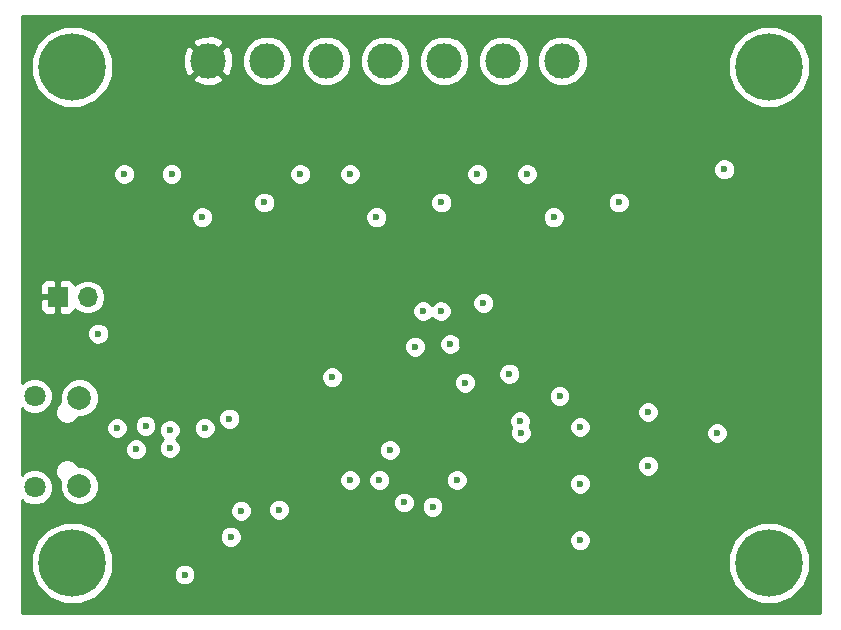
<source format=gbr>
G04 #@! TF.GenerationSoftware,KiCad,Pcbnew,5.0.0-fee4fd1~65~ubuntu17.10.1*
G04 #@! TF.CreationDate,2019-09-20T12:26:55+02:00*
G04 #@! TF.ProjectId,lynsyn,6C796E73796E2E6B696361645F706362,rev?*
G04 #@! TF.SameCoordinates,Original*
G04 #@! TF.FileFunction,Copper,L3,Inr,Plane*
G04 #@! TF.FilePolarity,Positive*
%FSLAX46Y46*%
G04 Gerber Fmt 4.6, Leading zero omitted, Abs format (unit mm)*
G04 Created by KiCad (PCBNEW 5.0.0-fee4fd1~65~ubuntu17.10.1) date Fri Sep 20 12:26:55 2019*
%MOMM*%
%LPD*%
G01*
G04 APERTURE LIST*
G04 #@! TA.AperFunction,ViaPad*
%ADD10C,5.700000*%
G04 #@! TD*
G04 #@! TA.AperFunction,ViaPad*
%ADD11R,1.700000X1.700000*%
G04 #@! TD*
G04 #@! TA.AperFunction,ViaPad*
%ADD12O,1.700000X1.700000*%
G04 #@! TD*
G04 #@! TA.AperFunction,ViaPad*
%ADD13C,2.000000*%
G04 #@! TD*
G04 #@! TA.AperFunction,ViaPad*
%ADD14C,1.800000*%
G04 #@! TD*
G04 #@! TA.AperFunction,ViaPad*
%ADD15C,3.000000*%
G04 #@! TD*
G04 #@! TA.AperFunction,ViaPad*
%ADD16C,0.600000*%
G04 #@! TD*
G04 #@! TA.AperFunction,Conductor*
%ADD17C,0.254000*%
G04 #@! TD*
G04 APERTURE END LIST*
D10*
G04 #@! TO.N,N/C*
G04 #@! TO.C,REF\002A\002A*
X79065000Y-141190000D03*
G04 #@! TD*
G04 #@! TO.N,N/C*
G04 #@! TO.C,REF\002A\002A*
X138065000Y-141190000D03*
G04 #@! TD*
G04 #@! TO.N,N/C*
G04 #@! TO.C,REF\002A\002A*
X138065000Y-99190000D03*
G04 #@! TD*
D11*
G04 #@! TO.N,GND*
G04 #@! TO.C,TP1*
X77815000Y-118690000D03*
D12*
G04 #@! TO.N,AREF*
X80355000Y-118690000D03*
G04 #@! TD*
D13*
G04 #@! TO.N,Net-(J1-Pad6)*
G04 #@! TO.C,J1*
X79665000Y-127215000D03*
X79665000Y-134665000D03*
D14*
X75865000Y-127065000D03*
X75865000Y-134815000D03*
G04 #@! TD*
D15*
G04 #@! TO.N,GND*
G04 #@! TO.C,J2*
X90565000Y-98690000D03*
G04 #@! TO.N,Net-(J2-Pad2)*
X95565000Y-98690000D03*
G04 #@! TO.N,Net-(J2-Pad3)*
X100565000Y-98690000D03*
G04 #@! TO.N,Net-(J2-Pad4)*
X105565000Y-98690000D03*
G04 #@! TO.N,Net-(J2-Pad5)*
X110565000Y-98690000D03*
G04 #@! TO.N,Net-(J2-Pad6)*
X115565000Y-98690000D03*
G04 #@! TO.N,Net-(J2-Pad7)*
X120565000Y-98690000D03*
G04 #@! TD*
D10*
G04 #@! TO.N,N/C*
G04 #@! TO.C,REF\002A\002A*
X79065000Y-99190000D03*
G04 #@! TD*
D16*
G04 #@! TO.N,+3V3*
X134265000Y-107890000D03*
X92465000Y-138990000D03*
X116065000Y-125190000D03*
X117065000Y-130190000D03*
X108065000Y-122890000D03*
X101065000Y-125490000D03*
X107165000Y-136090000D03*
X85265000Y-129590000D03*
X90265000Y-129790000D03*
X92365000Y-128990000D03*
X122065000Y-129690000D03*
X122065000Y-134490000D03*
X122065000Y-139290000D03*
X116965000Y-129190000D03*
X88565000Y-142190000D03*
G04 #@! TO.N,GND*
X140015000Y-131190000D03*
X140015000Y-117290000D03*
X117765000Y-119190000D03*
X107050877Y-118375877D03*
X111965000Y-119190000D03*
X118465000Y-124290000D03*
X82565000Y-115190000D03*
X88565000Y-114290000D03*
X100265000Y-108290000D03*
X85265000Y-108290000D03*
X89065000Y-108290000D03*
X104065000Y-108290000D03*
X103365000Y-114290000D03*
X115265000Y-108290000D03*
X119065000Y-108290000D03*
X118365000Y-114290000D03*
X97465000Y-115190000D03*
X84265000Y-136590000D03*
X88465000Y-139990000D03*
X88365000Y-135690000D03*
X89265000Y-125590000D03*
X85865000Y-123090000D03*
X97965000Y-120290000D03*
X95065000Y-125690000D03*
X95065000Y-127890000D03*
X96365000Y-125690000D03*
X96365000Y-127690000D03*
X101965000Y-127990000D03*
X104465000Y-124990000D03*
X110065000Y-122690000D03*
X112065000Y-122690000D03*
X113265000Y-124390000D03*
X113265000Y-129490000D03*
X113265000Y-127490000D03*
X113165000Y-132890000D03*
X108565000Y-131690000D03*
X107165000Y-137690000D03*
X103965000Y-137990000D03*
X102265000Y-138990000D03*
X95365000Y-137190000D03*
X125065000Y-121990000D03*
X122565000Y-121190000D03*
X119865000Y-124590000D03*
X118865000Y-119890000D03*
X124665000Y-126290000D03*
X124565000Y-128790000D03*
X124565000Y-135390000D03*
X128765000Y-134490000D03*
X124665000Y-138390000D03*
X128865000Y-139290000D03*
X118065000Y-129190000D03*
X120065000Y-131190000D03*
X116865000Y-137790000D03*
X75315000Y-122940000D03*
X113565000Y-116440000D03*
X128765000Y-129490000D03*
G04 #@! TO.N,+3.3VA*
X81265000Y-121790000D03*
X113865000Y-119190000D03*
X108765000Y-119890000D03*
X110265000Y-119890000D03*
X87465000Y-108290000D03*
X98365000Y-108290000D03*
X83465000Y-108290000D03*
X102565000Y-108290000D03*
X113365000Y-108290000D03*
X117565000Y-108290000D03*
G04 #@! TO.N,/JTAG/JTAG_out_VREF*
X127815000Y-132965000D03*
X127815000Y-128440000D03*
X133665000Y-130190000D03*
G04 #@! TO.N,Net-(J5-Pad4)*
X96565000Y-136690000D03*
X105065000Y-134190000D03*
G04 #@! TO.N,Net-(J5-Pad10)*
X102565000Y-134190000D03*
X111065000Y-122690000D03*
G04 #@! TO.N,/MCU/USB_D-*
X87315000Y-131490000D03*
X87315000Y-129940000D03*
G04 #@! TO.N,Net-(J1-Pad1)*
X84465000Y-131590000D03*
X82865000Y-129790000D03*
G04 #@! TO.N,Net-(J2-Pad3)*
X90065000Y-111940000D03*
X95315000Y-110690000D03*
G04 #@! TO.N,Net-(J5-Pad2)*
X105944190Y-131651975D03*
X93365000Y-136790000D03*
G04 #@! TO.N,/MCU/SRST*
X120315000Y-127065000D03*
X111615000Y-134190000D03*
G04 #@! TO.N,Net-(J2-Pad5)*
X104815000Y-111940000D03*
X110315000Y-110690000D03*
G04 #@! TO.N,Net-(J4-Pad2)*
X112315000Y-125940000D03*
X109565000Y-136440000D03*
G04 #@! TO.N,Net-(J2-Pad7)*
X119815000Y-111940000D03*
X125315000Y-110690000D03*
G04 #@! TD*
D17*
G04 #@! TO.N,GND*
G36*
X142363001Y-145488000D02*
X74767000Y-145488000D01*
X74767000Y-140498382D01*
X75588000Y-140498382D01*
X75588000Y-141881618D01*
X76117342Y-143159562D01*
X77095438Y-144137658D01*
X78373382Y-144667000D01*
X79756618Y-144667000D01*
X81034562Y-144137658D01*
X82012658Y-143159562D01*
X82490641Y-142005608D01*
X87638000Y-142005608D01*
X87638000Y-142374392D01*
X87779127Y-142715103D01*
X88039897Y-142975873D01*
X88380608Y-143117000D01*
X88749392Y-143117000D01*
X89090103Y-142975873D01*
X89350873Y-142715103D01*
X89492000Y-142374392D01*
X89492000Y-142005608D01*
X89350873Y-141664897D01*
X89090103Y-141404127D01*
X88749392Y-141263000D01*
X88380608Y-141263000D01*
X88039897Y-141404127D01*
X87779127Y-141664897D01*
X87638000Y-142005608D01*
X82490641Y-142005608D01*
X82542000Y-141881618D01*
X82542000Y-140498382D01*
X134588000Y-140498382D01*
X134588000Y-141881618D01*
X135117342Y-143159562D01*
X136095438Y-144137658D01*
X137373382Y-144667000D01*
X138756618Y-144667000D01*
X140034562Y-144137658D01*
X141012658Y-143159562D01*
X141542000Y-141881618D01*
X141542000Y-140498382D01*
X141012658Y-139220438D01*
X140034562Y-138242342D01*
X138756618Y-137713000D01*
X137373382Y-137713000D01*
X136095438Y-138242342D01*
X135117342Y-139220438D01*
X134588000Y-140498382D01*
X82542000Y-140498382D01*
X82012658Y-139220438D01*
X81597828Y-138805608D01*
X91538000Y-138805608D01*
X91538000Y-139174392D01*
X91679127Y-139515103D01*
X91939897Y-139775873D01*
X92280608Y-139917000D01*
X92649392Y-139917000D01*
X92990103Y-139775873D01*
X93250873Y-139515103D01*
X93392000Y-139174392D01*
X93392000Y-139105608D01*
X121138000Y-139105608D01*
X121138000Y-139474392D01*
X121279127Y-139815103D01*
X121539897Y-140075873D01*
X121880608Y-140217000D01*
X122249392Y-140217000D01*
X122590103Y-140075873D01*
X122850873Y-139815103D01*
X122992000Y-139474392D01*
X122992000Y-139105608D01*
X122850873Y-138764897D01*
X122590103Y-138504127D01*
X122249392Y-138363000D01*
X121880608Y-138363000D01*
X121539897Y-138504127D01*
X121279127Y-138764897D01*
X121138000Y-139105608D01*
X93392000Y-139105608D01*
X93392000Y-138805608D01*
X93250873Y-138464897D01*
X92990103Y-138204127D01*
X92649392Y-138063000D01*
X92280608Y-138063000D01*
X91939897Y-138204127D01*
X91679127Y-138464897D01*
X91538000Y-138805608D01*
X81597828Y-138805608D01*
X81034562Y-138242342D01*
X79756618Y-137713000D01*
X78373382Y-137713000D01*
X77095438Y-138242342D01*
X76117342Y-139220438D01*
X75588000Y-140498382D01*
X74767000Y-140498382D01*
X74767000Y-136605608D01*
X92438000Y-136605608D01*
X92438000Y-136974392D01*
X92579127Y-137315103D01*
X92839897Y-137575873D01*
X93180608Y-137717000D01*
X93549392Y-137717000D01*
X93890103Y-137575873D01*
X94150873Y-137315103D01*
X94292000Y-136974392D01*
X94292000Y-136605608D01*
X94250579Y-136505608D01*
X95638000Y-136505608D01*
X95638000Y-136874392D01*
X95779127Y-137215103D01*
X96039897Y-137475873D01*
X96380608Y-137617000D01*
X96749392Y-137617000D01*
X97090103Y-137475873D01*
X97350873Y-137215103D01*
X97492000Y-136874392D01*
X97492000Y-136505608D01*
X97350873Y-136164897D01*
X97091584Y-135905608D01*
X106238000Y-135905608D01*
X106238000Y-136274392D01*
X106379127Y-136615103D01*
X106639897Y-136875873D01*
X106980608Y-137017000D01*
X107349392Y-137017000D01*
X107690103Y-136875873D01*
X107950873Y-136615103D01*
X108092000Y-136274392D01*
X108092000Y-136255608D01*
X108638000Y-136255608D01*
X108638000Y-136624392D01*
X108779127Y-136965103D01*
X109039897Y-137225873D01*
X109380608Y-137367000D01*
X109749392Y-137367000D01*
X110090103Y-137225873D01*
X110350873Y-136965103D01*
X110492000Y-136624392D01*
X110492000Y-136255608D01*
X110350873Y-135914897D01*
X110090103Y-135654127D01*
X109749392Y-135513000D01*
X109380608Y-135513000D01*
X109039897Y-135654127D01*
X108779127Y-135914897D01*
X108638000Y-136255608D01*
X108092000Y-136255608D01*
X108092000Y-135905608D01*
X107950873Y-135564897D01*
X107690103Y-135304127D01*
X107349392Y-135163000D01*
X106980608Y-135163000D01*
X106639897Y-135304127D01*
X106379127Y-135564897D01*
X106238000Y-135905608D01*
X97091584Y-135905608D01*
X97090103Y-135904127D01*
X96749392Y-135763000D01*
X96380608Y-135763000D01*
X96039897Y-135904127D01*
X95779127Y-136164897D01*
X95638000Y-136505608D01*
X94250579Y-136505608D01*
X94150873Y-136264897D01*
X93890103Y-136004127D01*
X93549392Y-135863000D01*
X93180608Y-135863000D01*
X92839897Y-136004127D01*
X92579127Y-136264897D01*
X92438000Y-136605608D01*
X74767000Y-136605608D01*
X74767000Y-135876504D01*
X75000024Y-136109528D01*
X75561261Y-136342000D01*
X76168739Y-136342000D01*
X76729976Y-136109528D01*
X77159528Y-135679976D01*
X77392000Y-135118739D01*
X77392000Y-134511261D01*
X77159528Y-133950024D01*
X76729976Y-133520472D01*
X76168739Y-133288000D01*
X75561261Y-133288000D01*
X75000024Y-133520472D01*
X74767000Y-133753496D01*
X74767000Y-133235717D01*
X77588000Y-133235717D01*
X77588000Y-133644283D01*
X77744352Y-134021749D01*
X78033251Y-134310648D01*
X78048166Y-134316826D01*
X78038000Y-134341370D01*
X78038000Y-134988630D01*
X78285696Y-135586622D01*
X78743378Y-136044304D01*
X79341370Y-136292000D01*
X79988630Y-136292000D01*
X80586622Y-136044304D01*
X81044304Y-135586622D01*
X81292000Y-134988630D01*
X81292000Y-134341370D01*
X81152924Y-134005608D01*
X101638000Y-134005608D01*
X101638000Y-134374392D01*
X101779127Y-134715103D01*
X102039897Y-134975873D01*
X102380608Y-135117000D01*
X102749392Y-135117000D01*
X103090103Y-134975873D01*
X103350873Y-134715103D01*
X103492000Y-134374392D01*
X103492000Y-134005608D01*
X104138000Y-134005608D01*
X104138000Y-134374392D01*
X104279127Y-134715103D01*
X104539897Y-134975873D01*
X104880608Y-135117000D01*
X105249392Y-135117000D01*
X105590103Y-134975873D01*
X105850873Y-134715103D01*
X105992000Y-134374392D01*
X105992000Y-134005608D01*
X110688000Y-134005608D01*
X110688000Y-134374392D01*
X110829127Y-134715103D01*
X111089897Y-134975873D01*
X111430608Y-135117000D01*
X111799392Y-135117000D01*
X112140103Y-134975873D01*
X112400873Y-134715103D01*
X112542000Y-134374392D01*
X112542000Y-134305608D01*
X121138000Y-134305608D01*
X121138000Y-134674392D01*
X121279127Y-135015103D01*
X121539897Y-135275873D01*
X121880608Y-135417000D01*
X122249392Y-135417000D01*
X122590103Y-135275873D01*
X122850873Y-135015103D01*
X122992000Y-134674392D01*
X122992000Y-134305608D01*
X122850873Y-133964897D01*
X122590103Y-133704127D01*
X122249392Y-133563000D01*
X121880608Y-133563000D01*
X121539897Y-133704127D01*
X121279127Y-133964897D01*
X121138000Y-134305608D01*
X112542000Y-134305608D01*
X112542000Y-134005608D01*
X112400873Y-133664897D01*
X112140103Y-133404127D01*
X111799392Y-133263000D01*
X111430608Y-133263000D01*
X111089897Y-133404127D01*
X110829127Y-133664897D01*
X110688000Y-134005608D01*
X105992000Y-134005608D01*
X105850873Y-133664897D01*
X105590103Y-133404127D01*
X105249392Y-133263000D01*
X104880608Y-133263000D01*
X104539897Y-133404127D01*
X104279127Y-133664897D01*
X104138000Y-134005608D01*
X103492000Y-134005608D01*
X103350873Y-133664897D01*
X103090103Y-133404127D01*
X102749392Y-133263000D01*
X102380608Y-133263000D01*
X102039897Y-133404127D01*
X101779127Y-133664897D01*
X101638000Y-134005608D01*
X81152924Y-134005608D01*
X81044304Y-133743378D01*
X80586622Y-133285696D01*
X79988630Y-133038000D01*
X79560103Y-133038000D01*
X79485648Y-132858251D01*
X79408005Y-132780608D01*
X126888000Y-132780608D01*
X126888000Y-133149392D01*
X127029127Y-133490103D01*
X127289897Y-133750873D01*
X127630608Y-133892000D01*
X127999392Y-133892000D01*
X128340103Y-133750873D01*
X128600873Y-133490103D01*
X128742000Y-133149392D01*
X128742000Y-132780608D01*
X128600873Y-132439897D01*
X128340103Y-132179127D01*
X127999392Y-132038000D01*
X127630608Y-132038000D01*
X127289897Y-132179127D01*
X127029127Y-132439897D01*
X126888000Y-132780608D01*
X79408005Y-132780608D01*
X79196749Y-132569352D01*
X78819283Y-132413000D01*
X78410717Y-132413000D01*
X78033251Y-132569352D01*
X77744352Y-132858251D01*
X77588000Y-133235717D01*
X74767000Y-133235717D01*
X74767000Y-131405608D01*
X83538000Y-131405608D01*
X83538000Y-131774392D01*
X83679127Y-132115103D01*
X83939897Y-132375873D01*
X84280608Y-132517000D01*
X84649392Y-132517000D01*
X84990103Y-132375873D01*
X85250873Y-132115103D01*
X85392000Y-131774392D01*
X85392000Y-131405608D01*
X85250873Y-131064897D01*
X84990103Y-130804127D01*
X84649392Y-130663000D01*
X84280608Y-130663000D01*
X83939897Y-130804127D01*
X83679127Y-131064897D01*
X83538000Y-131405608D01*
X74767000Y-131405608D01*
X74767000Y-129605608D01*
X81938000Y-129605608D01*
X81938000Y-129974392D01*
X82079127Y-130315103D01*
X82339897Y-130575873D01*
X82680608Y-130717000D01*
X83049392Y-130717000D01*
X83390103Y-130575873D01*
X83650873Y-130315103D01*
X83792000Y-129974392D01*
X83792000Y-129605608D01*
X83709158Y-129405608D01*
X84338000Y-129405608D01*
X84338000Y-129774392D01*
X84479127Y-130115103D01*
X84739897Y-130375873D01*
X85080608Y-130517000D01*
X85449392Y-130517000D01*
X85790103Y-130375873D01*
X86050873Y-130115103D01*
X86192000Y-129774392D01*
X86192000Y-129755608D01*
X86388000Y-129755608D01*
X86388000Y-130124392D01*
X86529127Y-130465103D01*
X86779024Y-130715000D01*
X86529127Y-130964897D01*
X86388000Y-131305608D01*
X86388000Y-131674392D01*
X86529127Y-132015103D01*
X86789897Y-132275873D01*
X87130608Y-132417000D01*
X87499392Y-132417000D01*
X87840103Y-132275873D01*
X88100873Y-132015103D01*
X88242000Y-131674392D01*
X88242000Y-131467583D01*
X105017190Y-131467583D01*
X105017190Y-131836367D01*
X105158317Y-132177078D01*
X105419087Y-132437848D01*
X105759798Y-132578975D01*
X106128582Y-132578975D01*
X106469293Y-132437848D01*
X106730063Y-132177078D01*
X106871190Y-131836367D01*
X106871190Y-131467583D01*
X106730063Y-131126872D01*
X106469293Y-130866102D01*
X106128582Y-130724975D01*
X105759798Y-130724975D01*
X105419087Y-130866102D01*
X105158317Y-131126872D01*
X105017190Y-131467583D01*
X88242000Y-131467583D01*
X88242000Y-131305608D01*
X88100873Y-130964897D01*
X87850976Y-130715000D01*
X88100873Y-130465103D01*
X88242000Y-130124392D01*
X88242000Y-129755608D01*
X88179869Y-129605608D01*
X89338000Y-129605608D01*
X89338000Y-129974392D01*
X89479127Y-130315103D01*
X89739897Y-130575873D01*
X90080608Y-130717000D01*
X90449392Y-130717000D01*
X90790103Y-130575873D01*
X91050873Y-130315103D01*
X91192000Y-129974392D01*
X91192000Y-129605608D01*
X91050873Y-129264897D01*
X90790103Y-129004127D01*
X90449392Y-128863000D01*
X90080608Y-128863000D01*
X89739897Y-129004127D01*
X89479127Y-129264897D01*
X89338000Y-129605608D01*
X88179869Y-129605608D01*
X88100873Y-129414897D01*
X87840103Y-129154127D01*
X87499392Y-129013000D01*
X87130608Y-129013000D01*
X86789897Y-129154127D01*
X86529127Y-129414897D01*
X86388000Y-129755608D01*
X86192000Y-129755608D01*
X86192000Y-129405608D01*
X86050873Y-129064897D01*
X85791584Y-128805608D01*
X91438000Y-128805608D01*
X91438000Y-129174392D01*
X91579127Y-129515103D01*
X91839897Y-129775873D01*
X92180608Y-129917000D01*
X92549392Y-129917000D01*
X92890103Y-129775873D01*
X93150873Y-129515103D01*
X93292000Y-129174392D01*
X93292000Y-129005608D01*
X116038000Y-129005608D01*
X116038000Y-129374392D01*
X116179127Y-129715103D01*
X116235133Y-129771109D01*
X116138000Y-130005608D01*
X116138000Y-130374392D01*
X116279127Y-130715103D01*
X116539897Y-130975873D01*
X116880608Y-131117000D01*
X117249392Y-131117000D01*
X117590103Y-130975873D01*
X117850873Y-130715103D01*
X117992000Y-130374392D01*
X117992000Y-130005608D01*
X117850873Y-129664897D01*
X117794867Y-129608891D01*
X117837648Y-129505608D01*
X121138000Y-129505608D01*
X121138000Y-129874392D01*
X121279127Y-130215103D01*
X121539897Y-130475873D01*
X121880608Y-130617000D01*
X122249392Y-130617000D01*
X122590103Y-130475873D01*
X122850873Y-130215103D01*
X122937648Y-130005608D01*
X132738000Y-130005608D01*
X132738000Y-130374392D01*
X132879127Y-130715103D01*
X133139897Y-130975873D01*
X133480608Y-131117000D01*
X133849392Y-131117000D01*
X134190103Y-130975873D01*
X134450873Y-130715103D01*
X134592000Y-130374392D01*
X134592000Y-130005608D01*
X134450873Y-129664897D01*
X134190103Y-129404127D01*
X133849392Y-129263000D01*
X133480608Y-129263000D01*
X133139897Y-129404127D01*
X132879127Y-129664897D01*
X132738000Y-130005608D01*
X122937648Y-130005608D01*
X122992000Y-129874392D01*
X122992000Y-129505608D01*
X122850873Y-129164897D01*
X122590103Y-128904127D01*
X122249392Y-128763000D01*
X121880608Y-128763000D01*
X121539897Y-128904127D01*
X121279127Y-129164897D01*
X121138000Y-129505608D01*
X117837648Y-129505608D01*
X117892000Y-129374392D01*
X117892000Y-129005608D01*
X117750873Y-128664897D01*
X117490103Y-128404127D01*
X117149392Y-128263000D01*
X116780608Y-128263000D01*
X116439897Y-128404127D01*
X116179127Y-128664897D01*
X116038000Y-129005608D01*
X93292000Y-129005608D01*
X93292000Y-128805608D01*
X93150873Y-128464897D01*
X92941584Y-128255608D01*
X126888000Y-128255608D01*
X126888000Y-128624392D01*
X127029127Y-128965103D01*
X127289897Y-129225873D01*
X127630608Y-129367000D01*
X127999392Y-129367000D01*
X128340103Y-129225873D01*
X128600873Y-128965103D01*
X128742000Y-128624392D01*
X128742000Y-128255608D01*
X128600873Y-127914897D01*
X128340103Y-127654127D01*
X127999392Y-127513000D01*
X127630608Y-127513000D01*
X127289897Y-127654127D01*
X127029127Y-127914897D01*
X126888000Y-128255608D01*
X92941584Y-128255608D01*
X92890103Y-128204127D01*
X92549392Y-128063000D01*
X92180608Y-128063000D01*
X91839897Y-128204127D01*
X91579127Y-128464897D01*
X91438000Y-128805608D01*
X85791584Y-128805608D01*
X85790103Y-128804127D01*
X85449392Y-128663000D01*
X85080608Y-128663000D01*
X84739897Y-128804127D01*
X84479127Y-129064897D01*
X84338000Y-129405608D01*
X83709158Y-129405608D01*
X83650873Y-129264897D01*
X83390103Y-129004127D01*
X83049392Y-128863000D01*
X82680608Y-128863000D01*
X82339897Y-129004127D01*
X82079127Y-129264897D01*
X81938000Y-129605608D01*
X74767000Y-129605608D01*
X74767000Y-128126504D01*
X75000024Y-128359528D01*
X75561261Y-128592000D01*
X76168739Y-128592000D01*
X76729976Y-128359528D01*
X76853787Y-128235717D01*
X77588000Y-128235717D01*
X77588000Y-128644283D01*
X77744352Y-129021749D01*
X78033251Y-129310648D01*
X78410717Y-129467000D01*
X78819283Y-129467000D01*
X79196749Y-129310648D01*
X79485648Y-129021749D01*
X79560103Y-128842000D01*
X79988630Y-128842000D01*
X80586622Y-128594304D01*
X81044304Y-128136622D01*
X81292000Y-127538630D01*
X81292000Y-126891370D01*
X81287543Y-126880608D01*
X119388000Y-126880608D01*
X119388000Y-127249392D01*
X119529127Y-127590103D01*
X119789897Y-127850873D01*
X120130608Y-127992000D01*
X120499392Y-127992000D01*
X120840103Y-127850873D01*
X121100873Y-127590103D01*
X121242000Y-127249392D01*
X121242000Y-126880608D01*
X121100873Y-126539897D01*
X120840103Y-126279127D01*
X120499392Y-126138000D01*
X120130608Y-126138000D01*
X119789897Y-126279127D01*
X119529127Y-126539897D01*
X119388000Y-126880608D01*
X81287543Y-126880608D01*
X81044304Y-126293378D01*
X80586622Y-125835696D01*
X79988630Y-125588000D01*
X79341370Y-125588000D01*
X78743378Y-125835696D01*
X78285696Y-126293378D01*
X78038000Y-126891370D01*
X78038000Y-127538630D01*
X78048166Y-127563174D01*
X78033251Y-127569352D01*
X77744352Y-127858251D01*
X77588000Y-128235717D01*
X76853787Y-128235717D01*
X77159528Y-127929976D01*
X77392000Y-127368739D01*
X77392000Y-126761261D01*
X77159528Y-126200024D01*
X76729976Y-125770472D01*
X76168739Y-125538000D01*
X75561261Y-125538000D01*
X75000024Y-125770472D01*
X74767000Y-126003496D01*
X74767000Y-125305608D01*
X100138000Y-125305608D01*
X100138000Y-125674392D01*
X100279127Y-126015103D01*
X100539897Y-126275873D01*
X100880608Y-126417000D01*
X101249392Y-126417000D01*
X101590103Y-126275873D01*
X101850873Y-126015103D01*
X101958359Y-125755608D01*
X111388000Y-125755608D01*
X111388000Y-126124392D01*
X111529127Y-126465103D01*
X111789897Y-126725873D01*
X112130608Y-126867000D01*
X112499392Y-126867000D01*
X112840103Y-126725873D01*
X113100873Y-126465103D01*
X113242000Y-126124392D01*
X113242000Y-125755608D01*
X113100873Y-125414897D01*
X112840103Y-125154127D01*
X112499392Y-125013000D01*
X112130608Y-125013000D01*
X111789897Y-125154127D01*
X111529127Y-125414897D01*
X111388000Y-125755608D01*
X101958359Y-125755608D01*
X101992000Y-125674392D01*
X101992000Y-125305608D01*
X101867737Y-125005608D01*
X115138000Y-125005608D01*
X115138000Y-125374392D01*
X115279127Y-125715103D01*
X115539897Y-125975873D01*
X115880608Y-126117000D01*
X116249392Y-126117000D01*
X116590103Y-125975873D01*
X116850873Y-125715103D01*
X116992000Y-125374392D01*
X116992000Y-125005608D01*
X116850873Y-124664897D01*
X116590103Y-124404127D01*
X116249392Y-124263000D01*
X115880608Y-124263000D01*
X115539897Y-124404127D01*
X115279127Y-124664897D01*
X115138000Y-125005608D01*
X101867737Y-125005608D01*
X101850873Y-124964897D01*
X101590103Y-124704127D01*
X101249392Y-124563000D01*
X100880608Y-124563000D01*
X100539897Y-124704127D01*
X100279127Y-124964897D01*
X100138000Y-125305608D01*
X74767000Y-125305608D01*
X74767000Y-121605608D01*
X80338000Y-121605608D01*
X80338000Y-121974392D01*
X80479127Y-122315103D01*
X80739897Y-122575873D01*
X81080608Y-122717000D01*
X81449392Y-122717000D01*
X81476894Y-122705608D01*
X107138000Y-122705608D01*
X107138000Y-123074392D01*
X107279127Y-123415103D01*
X107539897Y-123675873D01*
X107880608Y-123817000D01*
X108249392Y-123817000D01*
X108590103Y-123675873D01*
X108850873Y-123415103D01*
X108992000Y-123074392D01*
X108992000Y-122705608D01*
X108909158Y-122505608D01*
X110138000Y-122505608D01*
X110138000Y-122874392D01*
X110279127Y-123215103D01*
X110539897Y-123475873D01*
X110880608Y-123617000D01*
X111249392Y-123617000D01*
X111590103Y-123475873D01*
X111850873Y-123215103D01*
X111992000Y-122874392D01*
X111992000Y-122505608D01*
X111850873Y-122164897D01*
X111590103Y-121904127D01*
X111249392Y-121763000D01*
X110880608Y-121763000D01*
X110539897Y-121904127D01*
X110279127Y-122164897D01*
X110138000Y-122505608D01*
X108909158Y-122505608D01*
X108850873Y-122364897D01*
X108590103Y-122104127D01*
X108249392Y-121963000D01*
X107880608Y-121963000D01*
X107539897Y-122104127D01*
X107279127Y-122364897D01*
X107138000Y-122705608D01*
X81476894Y-122705608D01*
X81790103Y-122575873D01*
X82050873Y-122315103D01*
X82192000Y-121974392D01*
X82192000Y-121605608D01*
X82050873Y-121264897D01*
X81790103Y-121004127D01*
X81449392Y-120863000D01*
X81080608Y-120863000D01*
X80739897Y-121004127D01*
X80479127Y-121264897D01*
X80338000Y-121605608D01*
X74767000Y-121605608D01*
X74767000Y-118975750D01*
X76330000Y-118975750D01*
X76330000Y-119666310D01*
X76426673Y-119899699D01*
X76605302Y-120078327D01*
X76838691Y-120175000D01*
X77529250Y-120175000D01*
X77688000Y-120016250D01*
X77688000Y-118817000D01*
X76488750Y-118817000D01*
X76330000Y-118975750D01*
X74767000Y-118975750D01*
X74767000Y-117713690D01*
X76330000Y-117713690D01*
X76330000Y-118404250D01*
X76488750Y-118563000D01*
X77688000Y-118563000D01*
X77688000Y-117363750D01*
X77942000Y-117363750D01*
X77942000Y-118563000D01*
X77962000Y-118563000D01*
X77962000Y-118817000D01*
X77942000Y-118817000D01*
X77942000Y-120016250D01*
X78100750Y-120175000D01*
X78791309Y-120175000D01*
X79024698Y-120078327D01*
X79203327Y-119899699D01*
X79273586Y-119730080D01*
X79290142Y-119754858D01*
X79778703Y-120081303D01*
X80209529Y-120167000D01*
X80500471Y-120167000D01*
X80931297Y-120081303D01*
X81419858Y-119754858D01*
X81452765Y-119705608D01*
X107838000Y-119705608D01*
X107838000Y-120074392D01*
X107979127Y-120415103D01*
X108239897Y-120675873D01*
X108580608Y-120817000D01*
X108949392Y-120817000D01*
X109290103Y-120675873D01*
X109515000Y-120450976D01*
X109739897Y-120675873D01*
X110080608Y-120817000D01*
X110449392Y-120817000D01*
X110790103Y-120675873D01*
X111050873Y-120415103D01*
X111192000Y-120074392D01*
X111192000Y-119705608D01*
X111050873Y-119364897D01*
X110790103Y-119104127D01*
X110552257Y-119005608D01*
X112938000Y-119005608D01*
X112938000Y-119374392D01*
X113079127Y-119715103D01*
X113339897Y-119975873D01*
X113680608Y-120117000D01*
X114049392Y-120117000D01*
X114390103Y-119975873D01*
X114650873Y-119715103D01*
X114792000Y-119374392D01*
X114792000Y-119005608D01*
X114650873Y-118664897D01*
X114390103Y-118404127D01*
X114049392Y-118263000D01*
X113680608Y-118263000D01*
X113339897Y-118404127D01*
X113079127Y-118664897D01*
X112938000Y-119005608D01*
X110552257Y-119005608D01*
X110449392Y-118963000D01*
X110080608Y-118963000D01*
X109739897Y-119104127D01*
X109515000Y-119329024D01*
X109290103Y-119104127D01*
X108949392Y-118963000D01*
X108580608Y-118963000D01*
X108239897Y-119104127D01*
X107979127Y-119364897D01*
X107838000Y-119705608D01*
X81452765Y-119705608D01*
X81746303Y-119266297D01*
X81860936Y-118690000D01*
X81746303Y-118113703D01*
X81419858Y-117625142D01*
X80931297Y-117298697D01*
X80500471Y-117213000D01*
X80209529Y-117213000D01*
X79778703Y-117298697D01*
X79290142Y-117625142D01*
X79273586Y-117649920D01*
X79203327Y-117480301D01*
X79024698Y-117301673D01*
X78791309Y-117205000D01*
X78100750Y-117205000D01*
X77942000Y-117363750D01*
X77688000Y-117363750D01*
X77529250Y-117205000D01*
X76838691Y-117205000D01*
X76605302Y-117301673D01*
X76426673Y-117480301D01*
X76330000Y-117713690D01*
X74767000Y-117713690D01*
X74767000Y-111755608D01*
X89138000Y-111755608D01*
X89138000Y-112124392D01*
X89279127Y-112465103D01*
X89539897Y-112725873D01*
X89880608Y-112867000D01*
X90249392Y-112867000D01*
X90590103Y-112725873D01*
X90850873Y-112465103D01*
X90992000Y-112124392D01*
X90992000Y-111755608D01*
X103888000Y-111755608D01*
X103888000Y-112124392D01*
X104029127Y-112465103D01*
X104289897Y-112725873D01*
X104630608Y-112867000D01*
X104999392Y-112867000D01*
X105340103Y-112725873D01*
X105600873Y-112465103D01*
X105742000Y-112124392D01*
X105742000Y-111755608D01*
X118888000Y-111755608D01*
X118888000Y-112124392D01*
X119029127Y-112465103D01*
X119289897Y-112725873D01*
X119630608Y-112867000D01*
X119999392Y-112867000D01*
X120340103Y-112725873D01*
X120600873Y-112465103D01*
X120742000Y-112124392D01*
X120742000Y-111755608D01*
X120600873Y-111414897D01*
X120340103Y-111154127D01*
X119999392Y-111013000D01*
X119630608Y-111013000D01*
X119289897Y-111154127D01*
X119029127Y-111414897D01*
X118888000Y-111755608D01*
X105742000Y-111755608D01*
X105600873Y-111414897D01*
X105340103Y-111154127D01*
X104999392Y-111013000D01*
X104630608Y-111013000D01*
X104289897Y-111154127D01*
X104029127Y-111414897D01*
X103888000Y-111755608D01*
X90992000Y-111755608D01*
X90850873Y-111414897D01*
X90590103Y-111154127D01*
X90249392Y-111013000D01*
X89880608Y-111013000D01*
X89539897Y-111154127D01*
X89279127Y-111414897D01*
X89138000Y-111755608D01*
X74767000Y-111755608D01*
X74767000Y-110505608D01*
X94388000Y-110505608D01*
X94388000Y-110874392D01*
X94529127Y-111215103D01*
X94789897Y-111475873D01*
X95130608Y-111617000D01*
X95499392Y-111617000D01*
X95840103Y-111475873D01*
X96100873Y-111215103D01*
X96242000Y-110874392D01*
X96242000Y-110505608D01*
X109388000Y-110505608D01*
X109388000Y-110874392D01*
X109529127Y-111215103D01*
X109789897Y-111475873D01*
X110130608Y-111617000D01*
X110499392Y-111617000D01*
X110840103Y-111475873D01*
X111100873Y-111215103D01*
X111242000Y-110874392D01*
X111242000Y-110505608D01*
X124388000Y-110505608D01*
X124388000Y-110874392D01*
X124529127Y-111215103D01*
X124789897Y-111475873D01*
X125130608Y-111617000D01*
X125499392Y-111617000D01*
X125840103Y-111475873D01*
X126100873Y-111215103D01*
X126242000Y-110874392D01*
X126242000Y-110505608D01*
X126100873Y-110164897D01*
X125840103Y-109904127D01*
X125499392Y-109763000D01*
X125130608Y-109763000D01*
X124789897Y-109904127D01*
X124529127Y-110164897D01*
X124388000Y-110505608D01*
X111242000Y-110505608D01*
X111100873Y-110164897D01*
X110840103Y-109904127D01*
X110499392Y-109763000D01*
X110130608Y-109763000D01*
X109789897Y-109904127D01*
X109529127Y-110164897D01*
X109388000Y-110505608D01*
X96242000Y-110505608D01*
X96100873Y-110164897D01*
X95840103Y-109904127D01*
X95499392Y-109763000D01*
X95130608Y-109763000D01*
X94789897Y-109904127D01*
X94529127Y-110164897D01*
X94388000Y-110505608D01*
X74767000Y-110505608D01*
X74767000Y-108105608D01*
X82538000Y-108105608D01*
X82538000Y-108474392D01*
X82679127Y-108815103D01*
X82939897Y-109075873D01*
X83280608Y-109217000D01*
X83649392Y-109217000D01*
X83990103Y-109075873D01*
X84250873Y-108815103D01*
X84392000Y-108474392D01*
X84392000Y-108105608D01*
X86538000Y-108105608D01*
X86538000Y-108474392D01*
X86679127Y-108815103D01*
X86939897Y-109075873D01*
X87280608Y-109217000D01*
X87649392Y-109217000D01*
X87990103Y-109075873D01*
X88250873Y-108815103D01*
X88392000Y-108474392D01*
X88392000Y-108105608D01*
X97438000Y-108105608D01*
X97438000Y-108474392D01*
X97579127Y-108815103D01*
X97839897Y-109075873D01*
X98180608Y-109217000D01*
X98549392Y-109217000D01*
X98890103Y-109075873D01*
X99150873Y-108815103D01*
X99292000Y-108474392D01*
X99292000Y-108105608D01*
X101638000Y-108105608D01*
X101638000Y-108474392D01*
X101779127Y-108815103D01*
X102039897Y-109075873D01*
X102380608Y-109217000D01*
X102749392Y-109217000D01*
X103090103Y-109075873D01*
X103350873Y-108815103D01*
X103492000Y-108474392D01*
X103492000Y-108105608D01*
X112438000Y-108105608D01*
X112438000Y-108474392D01*
X112579127Y-108815103D01*
X112839897Y-109075873D01*
X113180608Y-109217000D01*
X113549392Y-109217000D01*
X113890103Y-109075873D01*
X114150873Y-108815103D01*
X114292000Y-108474392D01*
X114292000Y-108105608D01*
X116638000Y-108105608D01*
X116638000Y-108474392D01*
X116779127Y-108815103D01*
X117039897Y-109075873D01*
X117380608Y-109217000D01*
X117749392Y-109217000D01*
X118090103Y-109075873D01*
X118350873Y-108815103D01*
X118492000Y-108474392D01*
X118492000Y-108105608D01*
X118350873Y-107764897D01*
X118291584Y-107705608D01*
X133338000Y-107705608D01*
X133338000Y-108074392D01*
X133479127Y-108415103D01*
X133739897Y-108675873D01*
X134080608Y-108817000D01*
X134449392Y-108817000D01*
X134790103Y-108675873D01*
X135050873Y-108415103D01*
X135192000Y-108074392D01*
X135192000Y-107705608D01*
X135050873Y-107364897D01*
X134790103Y-107104127D01*
X134449392Y-106963000D01*
X134080608Y-106963000D01*
X133739897Y-107104127D01*
X133479127Y-107364897D01*
X133338000Y-107705608D01*
X118291584Y-107705608D01*
X118090103Y-107504127D01*
X117749392Y-107363000D01*
X117380608Y-107363000D01*
X117039897Y-107504127D01*
X116779127Y-107764897D01*
X116638000Y-108105608D01*
X114292000Y-108105608D01*
X114150873Y-107764897D01*
X113890103Y-107504127D01*
X113549392Y-107363000D01*
X113180608Y-107363000D01*
X112839897Y-107504127D01*
X112579127Y-107764897D01*
X112438000Y-108105608D01*
X103492000Y-108105608D01*
X103350873Y-107764897D01*
X103090103Y-107504127D01*
X102749392Y-107363000D01*
X102380608Y-107363000D01*
X102039897Y-107504127D01*
X101779127Y-107764897D01*
X101638000Y-108105608D01*
X99292000Y-108105608D01*
X99150873Y-107764897D01*
X98890103Y-107504127D01*
X98549392Y-107363000D01*
X98180608Y-107363000D01*
X97839897Y-107504127D01*
X97579127Y-107764897D01*
X97438000Y-108105608D01*
X88392000Y-108105608D01*
X88250873Y-107764897D01*
X87990103Y-107504127D01*
X87649392Y-107363000D01*
X87280608Y-107363000D01*
X86939897Y-107504127D01*
X86679127Y-107764897D01*
X86538000Y-108105608D01*
X84392000Y-108105608D01*
X84250873Y-107764897D01*
X83990103Y-107504127D01*
X83649392Y-107363000D01*
X83280608Y-107363000D01*
X82939897Y-107504127D01*
X82679127Y-107764897D01*
X82538000Y-108105608D01*
X74767000Y-108105608D01*
X74767000Y-98498382D01*
X75588000Y-98498382D01*
X75588000Y-99881618D01*
X76117342Y-101159562D01*
X77095438Y-102137658D01*
X78373382Y-102667000D01*
X79756618Y-102667000D01*
X81034562Y-102137658D01*
X82012658Y-101159562D01*
X82408477Y-100203970D01*
X89230635Y-100203970D01*
X89390418Y-100522739D01*
X90181187Y-100832723D01*
X91030387Y-100816497D01*
X91739582Y-100522739D01*
X91899365Y-100203970D01*
X90565000Y-98869605D01*
X89230635Y-100203970D01*
X82408477Y-100203970D01*
X82542000Y-99881618D01*
X82542000Y-98498382D01*
X82462391Y-98306187D01*
X88422277Y-98306187D01*
X88438503Y-99155387D01*
X88732261Y-99864582D01*
X89051030Y-100024365D01*
X90385395Y-98690000D01*
X90744605Y-98690000D01*
X92078970Y-100024365D01*
X92397739Y-99864582D01*
X92707723Y-99073813D01*
X92692306Y-98266913D01*
X93438000Y-98266913D01*
X93438000Y-99113087D01*
X93761817Y-99894848D01*
X94360152Y-100493183D01*
X95141913Y-100817000D01*
X95988087Y-100817000D01*
X96769848Y-100493183D01*
X97368183Y-99894848D01*
X97692000Y-99113087D01*
X97692000Y-98266913D01*
X98438000Y-98266913D01*
X98438000Y-99113087D01*
X98761817Y-99894848D01*
X99360152Y-100493183D01*
X100141913Y-100817000D01*
X100988087Y-100817000D01*
X101769848Y-100493183D01*
X102368183Y-99894848D01*
X102692000Y-99113087D01*
X102692000Y-98266913D01*
X103438000Y-98266913D01*
X103438000Y-99113087D01*
X103761817Y-99894848D01*
X104360152Y-100493183D01*
X105141913Y-100817000D01*
X105988087Y-100817000D01*
X106769848Y-100493183D01*
X107368183Y-99894848D01*
X107692000Y-99113087D01*
X107692000Y-98266913D01*
X108438000Y-98266913D01*
X108438000Y-99113087D01*
X108761817Y-99894848D01*
X109360152Y-100493183D01*
X110141913Y-100817000D01*
X110988087Y-100817000D01*
X111769848Y-100493183D01*
X112368183Y-99894848D01*
X112692000Y-99113087D01*
X112692000Y-98266913D01*
X113438000Y-98266913D01*
X113438000Y-99113087D01*
X113761817Y-99894848D01*
X114360152Y-100493183D01*
X115141913Y-100817000D01*
X115988087Y-100817000D01*
X116769848Y-100493183D01*
X117368183Y-99894848D01*
X117692000Y-99113087D01*
X117692000Y-98266913D01*
X118438000Y-98266913D01*
X118438000Y-99113087D01*
X118761817Y-99894848D01*
X119360152Y-100493183D01*
X120141913Y-100817000D01*
X120988087Y-100817000D01*
X121769848Y-100493183D01*
X122368183Y-99894848D01*
X122692000Y-99113087D01*
X122692000Y-98498382D01*
X134588000Y-98498382D01*
X134588000Y-99881618D01*
X135117342Y-101159562D01*
X136095438Y-102137658D01*
X137373382Y-102667000D01*
X138756618Y-102667000D01*
X140034562Y-102137658D01*
X141012658Y-101159562D01*
X141542000Y-99881618D01*
X141542000Y-98498382D01*
X141012658Y-97220438D01*
X140034562Y-96242342D01*
X138756618Y-95713000D01*
X137373382Y-95713000D01*
X136095438Y-96242342D01*
X135117342Y-97220438D01*
X134588000Y-98498382D01*
X122692000Y-98498382D01*
X122692000Y-98266913D01*
X122368183Y-97485152D01*
X121769848Y-96886817D01*
X120988087Y-96563000D01*
X120141913Y-96563000D01*
X119360152Y-96886817D01*
X118761817Y-97485152D01*
X118438000Y-98266913D01*
X117692000Y-98266913D01*
X117368183Y-97485152D01*
X116769848Y-96886817D01*
X115988087Y-96563000D01*
X115141913Y-96563000D01*
X114360152Y-96886817D01*
X113761817Y-97485152D01*
X113438000Y-98266913D01*
X112692000Y-98266913D01*
X112368183Y-97485152D01*
X111769848Y-96886817D01*
X110988087Y-96563000D01*
X110141913Y-96563000D01*
X109360152Y-96886817D01*
X108761817Y-97485152D01*
X108438000Y-98266913D01*
X107692000Y-98266913D01*
X107368183Y-97485152D01*
X106769848Y-96886817D01*
X105988087Y-96563000D01*
X105141913Y-96563000D01*
X104360152Y-96886817D01*
X103761817Y-97485152D01*
X103438000Y-98266913D01*
X102692000Y-98266913D01*
X102368183Y-97485152D01*
X101769848Y-96886817D01*
X100988087Y-96563000D01*
X100141913Y-96563000D01*
X99360152Y-96886817D01*
X98761817Y-97485152D01*
X98438000Y-98266913D01*
X97692000Y-98266913D01*
X97368183Y-97485152D01*
X96769848Y-96886817D01*
X95988087Y-96563000D01*
X95141913Y-96563000D01*
X94360152Y-96886817D01*
X93761817Y-97485152D01*
X93438000Y-98266913D01*
X92692306Y-98266913D01*
X92691497Y-98224613D01*
X92397739Y-97515418D01*
X92078970Y-97355635D01*
X90744605Y-98690000D01*
X90385395Y-98690000D01*
X89051030Y-97355635D01*
X88732261Y-97515418D01*
X88422277Y-98306187D01*
X82462391Y-98306187D01*
X82012658Y-97220438D01*
X81968250Y-97176030D01*
X89230635Y-97176030D01*
X90565000Y-98510395D01*
X91899365Y-97176030D01*
X91739582Y-96857261D01*
X90948813Y-96547277D01*
X90099613Y-96563503D01*
X89390418Y-96857261D01*
X89230635Y-97176030D01*
X81968250Y-97176030D01*
X81034562Y-96242342D01*
X79756618Y-95713000D01*
X78373382Y-95713000D01*
X77095438Y-96242342D01*
X76117342Y-97220438D01*
X75588000Y-98498382D01*
X74767000Y-98498382D01*
X74767000Y-94892000D01*
X142363000Y-94892000D01*
X142363001Y-145488000D01*
X142363001Y-145488000D01*
G37*
X142363001Y-145488000D02*
X74767000Y-145488000D01*
X74767000Y-140498382D01*
X75588000Y-140498382D01*
X75588000Y-141881618D01*
X76117342Y-143159562D01*
X77095438Y-144137658D01*
X78373382Y-144667000D01*
X79756618Y-144667000D01*
X81034562Y-144137658D01*
X82012658Y-143159562D01*
X82490641Y-142005608D01*
X87638000Y-142005608D01*
X87638000Y-142374392D01*
X87779127Y-142715103D01*
X88039897Y-142975873D01*
X88380608Y-143117000D01*
X88749392Y-143117000D01*
X89090103Y-142975873D01*
X89350873Y-142715103D01*
X89492000Y-142374392D01*
X89492000Y-142005608D01*
X89350873Y-141664897D01*
X89090103Y-141404127D01*
X88749392Y-141263000D01*
X88380608Y-141263000D01*
X88039897Y-141404127D01*
X87779127Y-141664897D01*
X87638000Y-142005608D01*
X82490641Y-142005608D01*
X82542000Y-141881618D01*
X82542000Y-140498382D01*
X134588000Y-140498382D01*
X134588000Y-141881618D01*
X135117342Y-143159562D01*
X136095438Y-144137658D01*
X137373382Y-144667000D01*
X138756618Y-144667000D01*
X140034562Y-144137658D01*
X141012658Y-143159562D01*
X141542000Y-141881618D01*
X141542000Y-140498382D01*
X141012658Y-139220438D01*
X140034562Y-138242342D01*
X138756618Y-137713000D01*
X137373382Y-137713000D01*
X136095438Y-138242342D01*
X135117342Y-139220438D01*
X134588000Y-140498382D01*
X82542000Y-140498382D01*
X82012658Y-139220438D01*
X81597828Y-138805608D01*
X91538000Y-138805608D01*
X91538000Y-139174392D01*
X91679127Y-139515103D01*
X91939897Y-139775873D01*
X92280608Y-139917000D01*
X92649392Y-139917000D01*
X92990103Y-139775873D01*
X93250873Y-139515103D01*
X93392000Y-139174392D01*
X93392000Y-139105608D01*
X121138000Y-139105608D01*
X121138000Y-139474392D01*
X121279127Y-139815103D01*
X121539897Y-140075873D01*
X121880608Y-140217000D01*
X122249392Y-140217000D01*
X122590103Y-140075873D01*
X122850873Y-139815103D01*
X122992000Y-139474392D01*
X122992000Y-139105608D01*
X122850873Y-138764897D01*
X122590103Y-138504127D01*
X122249392Y-138363000D01*
X121880608Y-138363000D01*
X121539897Y-138504127D01*
X121279127Y-138764897D01*
X121138000Y-139105608D01*
X93392000Y-139105608D01*
X93392000Y-138805608D01*
X93250873Y-138464897D01*
X92990103Y-138204127D01*
X92649392Y-138063000D01*
X92280608Y-138063000D01*
X91939897Y-138204127D01*
X91679127Y-138464897D01*
X91538000Y-138805608D01*
X81597828Y-138805608D01*
X81034562Y-138242342D01*
X79756618Y-137713000D01*
X78373382Y-137713000D01*
X77095438Y-138242342D01*
X76117342Y-139220438D01*
X75588000Y-140498382D01*
X74767000Y-140498382D01*
X74767000Y-136605608D01*
X92438000Y-136605608D01*
X92438000Y-136974392D01*
X92579127Y-137315103D01*
X92839897Y-137575873D01*
X93180608Y-137717000D01*
X93549392Y-137717000D01*
X93890103Y-137575873D01*
X94150873Y-137315103D01*
X94292000Y-136974392D01*
X94292000Y-136605608D01*
X94250579Y-136505608D01*
X95638000Y-136505608D01*
X95638000Y-136874392D01*
X95779127Y-137215103D01*
X96039897Y-137475873D01*
X96380608Y-137617000D01*
X96749392Y-137617000D01*
X97090103Y-137475873D01*
X97350873Y-137215103D01*
X97492000Y-136874392D01*
X97492000Y-136505608D01*
X97350873Y-136164897D01*
X97091584Y-135905608D01*
X106238000Y-135905608D01*
X106238000Y-136274392D01*
X106379127Y-136615103D01*
X106639897Y-136875873D01*
X106980608Y-137017000D01*
X107349392Y-137017000D01*
X107690103Y-136875873D01*
X107950873Y-136615103D01*
X108092000Y-136274392D01*
X108092000Y-136255608D01*
X108638000Y-136255608D01*
X108638000Y-136624392D01*
X108779127Y-136965103D01*
X109039897Y-137225873D01*
X109380608Y-137367000D01*
X109749392Y-137367000D01*
X110090103Y-137225873D01*
X110350873Y-136965103D01*
X110492000Y-136624392D01*
X110492000Y-136255608D01*
X110350873Y-135914897D01*
X110090103Y-135654127D01*
X109749392Y-135513000D01*
X109380608Y-135513000D01*
X109039897Y-135654127D01*
X108779127Y-135914897D01*
X108638000Y-136255608D01*
X108092000Y-136255608D01*
X108092000Y-135905608D01*
X107950873Y-135564897D01*
X107690103Y-135304127D01*
X107349392Y-135163000D01*
X106980608Y-135163000D01*
X106639897Y-135304127D01*
X106379127Y-135564897D01*
X106238000Y-135905608D01*
X97091584Y-135905608D01*
X97090103Y-135904127D01*
X96749392Y-135763000D01*
X96380608Y-135763000D01*
X96039897Y-135904127D01*
X95779127Y-136164897D01*
X95638000Y-136505608D01*
X94250579Y-136505608D01*
X94150873Y-136264897D01*
X93890103Y-136004127D01*
X93549392Y-135863000D01*
X93180608Y-135863000D01*
X92839897Y-136004127D01*
X92579127Y-136264897D01*
X92438000Y-136605608D01*
X74767000Y-136605608D01*
X74767000Y-135876504D01*
X75000024Y-136109528D01*
X75561261Y-136342000D01*
X76168739Y-136342000D01*
X76729976Y-136109528D01*
X77159528Y-135679976D01*
X77392000Y-135118739D01*
X77392000Y-134511261D01*
X77159528Y-133950024D01*
X76729976Y-133520472D01*
X76168739Y-133288000D01*
X75561261Y-133288000D01*
X75000024Y-133520472D01*
X74767000Y-133753496D01*
X74767000Y-133235717D01*
X77588000Y-133235717D01*
X77588000Y-133644283D01*
X77744352Y-134021749D01*
X78033251Y-134310648D01*
X78048166Y-134316826D01*
X78038000Y-134341370D01*
X78038000Y-134988630D01*
X78285696Y-135586622D01*
X78743378Y-136044304D01*
X79341370Y-136292000D01*
X79988630Y-136292000D01*
X80586622Y-136044304D01*
X81044304Y-135586622D01*
X81292000Y-134988630D01*
X81292000Y-134341370D01*
X81152924Y-134005608D01*
X101638000Y-134005608D01*
X101638000Y-134374392D01*
X101779127Y-134715103D01*
X102039897Y-134975873D01*
X102380608Y-135117000D01*
X102749392Y-135117000D01*
X103090103Y-134975873D01*
X103350873Y-134715103D01*
X103492000Y-134374392D01*
X103492000Y-134005608D01*
X104138000Y-134005608D01*
X104138000Y-134374392D01*
X104279127Y-134715103D01*
X104539897Y-134975873D01*
X104880608Y-135117000D01*
X105249392Y-135117000D01*
X105590103Y-134975873D01*
X105850873Y-134715103D01*
X105992000Y-134374392D01*
X105992000Y-134005608D01*
X110688000Y-134005608D01*
X110688000Y-134374392D01*
X110829127Y-134715103D01*
X111089897Y-134975873D01*
X111430608Y-135117000D01*
X111799392Y-135117000D01*
X112140103Y-134975873D01*
X112400873Y-134715103D01*
X112542000Y-134374392D01*
X112542000Y-134305608D01*
X121138000Y-134305608D01*
X121138000Y-134674392D01*
X121279127Y-135015103D01*
X121539897Y-135275873D01*
X121880608Y-135417000D01*
X122249392Y-135417000D01*
X122590103Y-135275873D01*
X122850873Y-135015103D01*
X122992000Y-134674392D01*
X122992000Y-134305608D01*
X122850873Y-133964897D01*
X122590103Y-133704127D01*
X122249392Y-133563000D01*
X121880608Y-133563000D01*
X121539897Y-133704127D01*
X121279127Y-133964897D01*
X121138000Y-134305608D01*
X112542000Y-134305608D01*
X112542000Y-134005608D01*
X112400873Y-133664897D01*
X112140103Y-133404127D01*
X111799392Y-133263000D01*
X111430608Y-133263000D01*
X111089897Y-133404127D01*
X110829127Y-133664897D01*
X110688000Y-134005608D01*
X105992000Y-134005608D01*
X105850873Y-133664897D01*
X105590103Y-133404127D01*
X105249392Y-133263000D01*
X104880608Y-133263000D01*
X104539897Y-133404127D01*
X104279127Y-133664897D01*
X104138000Y-134005608D01*
X103492000Y-134005608D01*
X103350873Y-133664897D01*
X103090103Y-133404127D01*
X102749392Y-133263000D01*
X102380608Y-133263000D01*
X102039897Y-133404127D01*
X101779127Y-133664897D01*
X101638000Y-134005608D01*
X81152924Y-134005608D01*
X81044304Y-133743378D01*
X80586622Y-133285696D01*
X79988630Y-133038000D01*
X79560103Y-133038000D01*
X79485648Y-132858251D01*
X79408005Y-132780608D01*
X126888000Y-132780608D01*
X126888000Y-133149392D01*
X127029127Y-133490103D01*
X127289897Y-133750873D01*
X127630608Y-133892000D01*
X127999392Y-133892000D01*
X128340103Y-133750873D01*
X128600873Y-133490103D01*
X128742000Y-133149392D01*
X128742000Y-132780608D01*
X128600873Y-132439897D01*
X128340103Y-132179127D01*
X127999392Y-132038000D01*
X127630608Y-132038000D01*
X127289897Y-132179127D01*
X127029127Y-132439897D01*
X126888000Y-132780608D01*
X79408005Y-132780608D01*
X79196749Y-132569352D01*
X78819283Y-132413000D01*
X78410717Y-132413000D01*
X78033251Y-132569352D01*
X77744352Y-132858251D01*
X77588000Y-133235717D01*
X74767000Y-133235717D01*
X74767000Y-131405608D01*
X83538000Y-131405608D01*
X83538000Y-131774392D01*
X83679127Y-132115103D01*
X83939897Y-132375873D01*
X84280608Y-132517000D01*
X84649392Y-132517000D01*
X84990103Y-132375873D01*
X85250873Y-132115103D01*
X85392000Y-131774392D01*
X85392000Y-131405608D01*
X85250873Y-131064897D01*
X84990103Y-130804127D01*
X84649392Y-130663000D01*
X84280608Y-130663000D01*
X83939897Y-130804127D01*
X83679127Y-131064897D01*
X83538000Y-131405608D01*
X74767000Y-131405608D01*
X74767000Y-129605608D01*
X81938000Y-129605608D01*
X81938000Y-129974392D01*
X82079127Y-130315103D01*
X82339897Y-130575873D01*
X82680608Y-130717000D01*
X83049392Y-130717000D01*
X83390103Y-130575873D01*
X83650873Y-130315103D01*
X83792000Y-129974392D01*
X83792000Y-129605608D01*
X83709158Y-129405608D01*
X84338000Y-129405608D01*
X84338000Y-129774392D01*
X84479127Y-130115103D01*
X84739897Y-130375873D01*
X85080608Y-130517000D01*
X85449392Y-130517000D01*
X85790103Y-130375873D01*
X86050873Y-130115103D01*
X86192000Y-129774392D01*
X86192000Y-129755608D01*
X86388000Y-129755608D01*
X86388000Y-130124392D01*
X86529127Y-130465103D01*
X86779024Y-130715000D01*
X86529127Y-130964897D01*
X86388000Y-131305608D01*
X86388000Y-131674392D01*
X86529127Y-132015103D01*
X86789897Y-132275873D01*
X87130608Y-132417000D01*
X87499392Y-132417000D01*
X87840103Y-132275873D01*
X88100873Y-132015103D01*
X88242000Y-131674392D01*
X88242000Y-131467583D01*
X105017190Y-131467583D01*
X105017190Y-131836367D01*
X105158317Y-132177078D01*
X105419087Y-132437848D01*
X105759798Y-132578975D01*
X106128582Y-132578975D01*
X106469293Y-132437848D01*
X106730063Y-132177078D01*
X106871190Y-131836367D01*
X106871190Y-131467583D01*
X106730063Y-131126872D01*
X106469293Y-130866102D01*
X106128582Y-130724975D01*
X105759798Y-130724975D01*
X105419087Y-130866102D01*
X105158317Y-131126872D01*
X105017190Y-131467583D01*
X88242000Y-131467583D01*
X88242000Y-131305608D01*
X88100873Y-130964897D01*
X87850976Y-130715000D01*
X88100873Y-130465103D01*
X88242000Y-130124392D01*
X88242000Y-129755608D01*
X88179869Y-129605608D01*
X89338000Y-129605608D01*
X89338000Y-129974392D01*
X89479127Y-130315103D01*
X89739897Y-130575873D01*
X90080608Y-130717000D01*
X90449392Y-130717000D01*
X90790103Y-130575873D01*
X91050873Y-130315103D01*
X91192000Y-129974392D01*
X91192000Y-129605608D01*
X91050873Y-129264897D01*
X90790103Y-129004127D01*
X90449392Y-128863000D01*
X90080608Y-128863000D01*
X89739897Y-129004127D01*
X89479127Y-129264897D01*
X89338000Y-129605608D01*
X88179869Y-129605608D01*
X88100873Y-129414897D01*
X87840103Y-129154127D01*
X87499392Y-129013000D01*
X87130608Y-129013000D01*
X86789897Y-129154127D01*
X86529127Y-129414897D01*
X86388000Y-129755608D01*
X86192000Y-129755608D01*
X86192000Y-129405608D01*
X86050873Y-129064897D01*
X85791584Y-128805608D01*
X91438000Y-128805608D01*
X91438000Y-129174392D01*
X91579127Y-129515103D01*
X91839897Y-129775873D01*
X92180608Y-129917000D01*
X92549392Y-129917000D01*
X92890103Y-129775873D01*
X93150873Y-129515103D01*
X93292000Y-129174392D01*
X93292000Y-129005608D01*
X116038000Y-129005608D01*
X116038000Y-129374392D01*
X116179127Y-129715103D01*
X116235133Y-129771109D01*
X116138000Y-130005608D01*
X116138000Y-130374392D01*
X116279127Y-130715103D01*
X116539897Y-130975873D01*
X116880608Y-131117000D01*
X117249392Y-131117000D01*
X117590103Y-130975873D01*
X117850873Y-130715103D01*
X117992000Y-130374392D01*
X117992000Y-130005608D01*
X117850873Y-129664897D01*
X117794867Y-129608891D01*
X117837648Y-129505608D01*
X121138000Y-129505608D01*
X121138000Y-129874392D01*
X121279127Y-130215103D01*
X121539897Y-130475873D01*
X121880608Y-130617000D01*
X122249392Y-130617000D01*
X122590103Y-130475873D01*
X122850873Y-130215103D01*
X122937648Y-130005608D01*
X132738000Y-130005608D01*
X132738000Y-130374392D01*
X132879127Y-130715103D01*
X133139897Y-130975873D01*
X133480608Y-131117000D01*
X133849392Y-131117000D01*
X134190103Y-130975873D01*
X134450873Y-130715103D01*
X134592000Y-130374392D01*
X134592000Y-130005608D01*
X134450873Y-129664897D01*
X134190103Y-129404127D01*
X133849392Y-129263000D01*
X133480608Y-129263000D01*
X133139897Y-129404127D01*
X132879127Y-129664897D01*
X132738000Y-130005608D01*
X122937648Y-130005608D01*
X122992000Y-129874392D01*
X122992000Y-129505608D01*
X122850873Y-129164897D01*
X122590103Y-128904127D01*
X122249392Y-128763000D01*
X121880608Y-128763000D01*
X121539897Y-128904127D01*
X121279127Y-129164897D01*
X121138000Y-129505608D01*
X117837648Y-129505608D01*
X117892000Y-129374392D01*
X117892000Y-129005608D01*
X117750873Y-128664897D01*
X117490103Y-128404127D01*
X117149392Y-128263000D01*
X116780608Y-128263000D01*
X116439897Y-128404127D01*
X116179127Y-128664897D01*
X116038000Y-129005608D01*
X93292000Y-129005608D01*
X93292000Y-128805608D01*
X93150873Y-128464897D01*
X92941584Y-128255608D01*
X126888000Y-128255608D01*
X126888000Y-128624392D01*
X127029127Y-128965103D01*
X127289897Y-129225873D01*
X127630608Y-129367000D01*
X127999392Y-129367000D01*
X128340103Y-129225873D01*
X128600873Y-128965103D01*
X128742000Y-128624392D01*
X128742000Y-128255608D01*
X128600873Y-127914897D01*
X128340103Y-127654127D01*
X127999392Y-127513000D01*
X127630608Y-127513000D01*
X127289897Y-127654127D01*
X127029127Y-127914897D01*
X126888000Y-128255608D01*
X92941584Y-128255608D01*
X92890103Y-128204127D01*
X92549392Y-128063000D01*
X92180608Y-128063000D01*
X91839897Y-128204127D01*
X91579127Y-128464897D01*
X91438000Y-128805608D01*
X85791584Y-128805608D01*
X85790103Y-128804127D01*
X85449392Y-128663000D01*
X85080608Y-128663000D01*
X84739897Y-128804127D01*
X84479127Y-129064897D01*
X84338000Y-129405608D01*
X83709158Y-129405608D01*
X83650873Y-129264897D01*
X83390103Y-129004127D01*
X83049392Y-128863000D01*
X82680608Y-128863000D01*
X82339897Y-129004127D01*
X82079127Y-129264897D01*
X81938000Y-129605608D01*
X74767000Y-129605608D01*
X74767000Y-128126504D01*
X75000024Y-128359528D01*
X75561261Y-128592000D01*
X76168739Y-128592000D01*
X76729976Y-128359528D01*
X76853787Y-128235717D01*
X77588000Y-128235717D01*
X77588000Y-128644283D01*
X77744352Y-129021749D01*
X78033251Y-129310648D01*
X78410717Y-129467000D01*
X78819283Y-129467000D01*
X79196749Y-129310648D01*
X79485648Y-129021749D01*
X79560103Y-128842000D01*
X79988630Y-128842000D01*
X80586622Y-128594304D01*
X81044304Y-128136622D01*
X81292000Y-127538630D01*
X81292000Y-126891370D01*
X81287543Y-126880608D01*
X119388000Y-126880608D01*
X119388000Y-127249392D01*
X119529127Y-127590103D01*
X119789897Y-127850873D01*
X120130608Y-127992000D01*
X120499392Y-127992000D01*
X120840103Y-127850873D01*
X121100873Y-127590103D01*
X121242000Y-127249392D01*
X121242000Y-126880608D01*
X121100873Y-126539897D01*
X120840103Y-126279127D01*
X120499392Y-126138000D01*
X120130608Y-126138000D01*
X119789897Y-126279127D01*
X119529127Y-126539897D01*
X119388000Y-126880608D01*
X81287543Y-126880608D01*
X81044304Y-126293378D01*
X80586622Y-125835696D01*
X79988630Y-125588000D01*
X79341370Y-125588000D01*
X78743378Y-125835696D01*
X78285696Y-126293378D01*
X78038000Y-126891370D01*
X78038000Y-127538630D01*
X78048166Y-127563174D01*
X78033251Y-127569352D01*
X77744352Y-127858251D01*
X77588000Y-128235717D01*
X76853787Y-128235717D01*
X77159528Y-127929976D01*
X77392000Y-127368739D01*
X77392000Y-126761261D01*
X77159528Y-126200024D01*
X76729976Y-125770472D01*
X76168739Y-125538000D01*
X75561261Y-125538000D01*
X75000024Y-125770472D01*
X74767000Y-126003496D01*
X74767000Y-125305608D01*
X100138000Y-125305608D01*
X100138000Y-125674392D01*
X100279127Y-126015103D01*
X100539897Y-126275873D01*
X100880608Y-126417000D01*
X101249392Y-126417000D01*
X101590103Y-126275873D01*
X101850873Y-126015103D01*
X101958359Y-125755608D01*
X111388000Y-125755608D01*
X111388000Y-126124392D01*
X111529127Y-126465103D01*
X111789897Y-126725873D01*
X112130608Y-126867000D01*
X112499392Y-126867000D01*
X112840103Y-126725873D01*
X113100873Y-126465103D01*
X113242000Y-126124392D01*
X113242000Y-125755608D01*
X113100873Y-125414897D01*
X112840103Y-125154127D01*
X112499392Y-125013000D01*
X112130608Y-125013000D01*
X111789897Y-125154127D01*
X111529127Y-125414897D01*
X111388000Y-125755608D01*
X101958359Y-125755608D01*
X101992000Y-125674392D01*
X101992000Y-125305608D01*
X101867737Y-125005608D01*
X115138000Y-125005608D01*
X115138000Y-125374392D01*
X115279127Y-125715103D01*
X115539897Y-125975873D01*
X115880608Y-126117000D01*
X116249392Y-126117000D01*
X116590103Y-125975873D01*
X116850873Y-125715103D01*
X116992000Y-125374392D01*
X116992000Y-125005608D01*
X116850873Y-124664897D01*
X116590103Y-124404127D01*
X116249392Y-124263000D01*
X115880608Y-124263000D01*
X115539897Y-124404127D01*
X115279127Y-124664897D01*
X115138000Y-125005608D01*
X101867737Y-125005608D01*
X101850873Y-124964897D01*
X101590103Y-124704127D01*
X101249392Y-124563000D01*
X100880608Y-124563000D01*
X100539897Y-124704127D01*
X100279127Y-124964897D01*
X100138000Y-125305608D01*
X74767000Y-125305608D01*
X74767000Y-121605608D01*
X80338000Y-121605608D01*
X80338000Y-121974392D01*
X80479127Y-122315103D01*
X80739897Y-122575873D01*
X81080608Y-122717000D01*
X81449392Y-122717000D01*
X81476894Y-122705608D01*
X107138000Y-122705608D01*
X107138000Y-123074392D01*
X107279127Y-123415103D01*
X107539897Y-123675873D01*
X107880608Y-123817000D01*
X108249392Y-123817000D01*
X108590103Y-123675873D01*
X108850873Y-123415103D01*
X108992000Y-123074392D01*
X108992000Y-122705608D01*
X108909158Y-122505608D01*
X110138000Y-122505608D01*
X110138000Y-122874392D01*
X110279127Y-123215103D01*
X110539897Y-123475873D01*
X110880608Y-123617000D01*
X111249392Y-123617000D01*
X111590103Y-123475873D01*
X111850873Y-123215103D01*
X111992000Y-122874392D01*
X111992000Y-122505608D01*
X111850873Y-122164897D01*
X111590103Y-121904127D01*
X111249392Y-121763000D01*
X110880608Y-121763000D01*
X110539897Y-121904127D01*
X110279127Y-122164897D01*
X110138000Y-122505608D01*
X108909158Y-122505608D01*
X108850873Y-122364897D01*
X108590103Y-122104127D01*
X108249392Y-121963000D01*
X107880608Y-121963000D01*
X107539897Y-122104127D01*
X107279127Y-122364897D01*
X107138000Y-122705608D01*
X81476894Y-122705608D01*
X81790103Y-122575873D01*
X82050873Y-122315103D01*
X82192000Y-121974392D01*
X82192000Y-121605608D01*
X82050873Y-121264897D01*
X81790103Y-121004127D01*
X81449392Y-120863000D01*
X81080608Y-120863000D01*
X80739897Y-121004127D01*
X80479127Y-121264897D01*
X80338000Y-121605608D01*
X74767000Y-121605608D01*
X74767000Y-118975750D01*
X76330000Y-118975750D01*
X76330000Y-119666310D01*
X76426673Y-119899699D01*
X76605302Y-120078327D01*
X76838691Y-120175000D01*
X77529250Y-120175000D01*
X77688000Y-120016250D01*
X77688000Y-118817000D01*
X76488750Y-118817000D01*
X76330000Y-118975750D01*
X74767000Y-118975750D01*
X74767000Y-117713690D01*
X76330000Y-117713690D01*
X76330000Y-118404250D01*
X76488750Y-118563000D01*
X77688000Y-118563000D01*
X77688000Y-117363750D01*
X77942000Y-117363750D01*
X77942000Y-118563000D01*
X77962000Y-118563000D01*
X77962000Y-118817000D01*
X77942000Y-118817000D01*
X77942000Y-120016250D01*
X78100750Y-120175000D01*
X78791309Y-120175000D01*
X79024698Y-120078327D01*
X79203327Y-119899699D01*
X79273586Y-119730080D01*
X79290142Y-119754858D01*
X79778703Y-120081303D01*
X80209529Y-120167000D01*
X80500471Y-120167000D01*
X80931297Y-120081303D01*
X81419858Y-119754858D01*
X81452765Y-119705608D01*
X107838000Y-119705608D01*
X107838000Y-120074392D01*
X107979127Y-120415103D01*
X108239897Y-120675873D01*
X108580608Y-120817000D01*
X108949392Y-120817000D01*
X109290103Y-120675873D01*
X109515000Y-120450976D01*
X109739897Y-120675873D01*
X110080608Y-120817000D01*
X110449392Y-120817000D01*
X110790103Y-120675873D01*
X111050873Y-120415103D01*
X111192000Y-120074392D01*
X111192000Y-119705608D01*
X111050873Y-119364897D01*
X110790103Y-119104127D01*
X110552257Y-119005608D01*
X112938000Y-119005608D01*
X112938000Y-119374392D01*
X113079127Y-119715103D01*
X113339897Y-119975873D01*
X113680608Y-120117000D01*
X114049392Y-120117000D01*
X114390103Y-119975873D01*
X114650873Y-119715103D01*
X114792000Y-119374392D01*
X114792000Y-119005608D01*
X114650873Y-118664897D01*
X114390103Y-118404127D01*
X114049392Y-118263000D01*
X113680608Y-118263000D01*
X113339897Y-118404127D01*
X113079127Y-118664897D01*
X112938000Y-119005608D01*
X110552257Y-119005608D01*
X110449392Y-118963000D01*
X110080608Y-118963000D01*
X109739897Y-119104127D01*
X109515000Y-119329024D01*
X109290103Y-119104127D01*
X108949392Y-118963000D01*
X108580608Y-118963000D01*
X108239897Y-119104127D01*
X107979127Y-119364897D01*
X107838000Y-119705608D01*
X81452765Y-119705608D01*
X81746303Y-119266297D01*
X81860936Y-118690000D01*
X81746303Y-118113703D01*
X81419858Y-117625142D01*
X80931297Y-117298697D01*
X80500471Y-117213000D01*
X80209529Y-117213000D01*
X79778703Y-117298697D01*
X79290142Y-117625142D01*
X79273586Y-117649920D01*
X79203327Y-117480301D01*
X79024698Y-117301673D01*
X78791309Y-117205000D01*
X78100750Y-117205000D01*
X77942000Y-117363750D01*
X77688000Y-117363750D01*
X77529250Y-117205000D01*
X76838691Y-117205000D01*
X76605302Y-117301673D01*
X76426673Y-117480301D01*
X76330000Y-117713690D01*
X74767000Y-117713690D01*
X74767000Y-111755608D01*
X89138000Y-111755608D01*
X89138000Y-112124392D01*
X89279127Y-112465103D01*
X89539897Y-112725873D01*
X89880608Y-112867000D01*
X90249392Y-112867000D01*
X90590103Y-112725873D01*
X90850873Y-112465103D01*
X90992000Y-112124392D01*
X90992000Y-111755608D01*
X103888000Y-111755608D01*
X103888000Y-112124392D01*
X104029127Y-112465103D01*
X104289897Y-112725873D01*
X104630608Y-112867000D01*
X104999392Y-112867000D01*
X105340103Y-112725873D01*
X105600873Y-112465103D01*
X105742000Y-112124392D01*
X105742000Y-111755608D01*
X118888000Y-111755608D01*
X118888000Y-112124392D01*
X119029127Y-112465103D01*
X119289897Y-112725873D01*
X119630608Y-112867000D01*
X119999392Y-112867000D01*
X120340103Y-112725873D01*
X120600873Y-112465103D01*
X120742000Y-112124392D01*
X120742000Y-111755608D01*
X120600873Y-111414897D01*
X120340103Y-111154127D01*
X119999392Y-111013000D01*
X119630608Y-111013000D01*
X119289897Y-111154127D01*
X119029127Y-111414897D01*
X118888000Y-111755608D01*
X105742000Y-111755608D01*
X105600873Y-111414897D01*
X105340103Y-111154127D01*
X104999392Y-111013000D01*
X104630608Y-111013000D01*
X104289897Y-111154127D01*
X104029127Y-111414897D01*
X103888000Y-111755608D01*
X90992000Y-111755608D01*
X90850873Y-111414897D01*
X90590103Y-111154127D01*
X90249392Y-111013000D01*
X89880608Y-111013000D01*
X89539897Y-111154127D01*
X89279127Y-111414897D01*
X89138000Y-111755608D01*
X74767000Y-111755608D01*
X74767000Y-110505608D01*
X94388000Y-110505608D01*
X94388000Y-110874392D01*
X94529127Y-111215103D01*
X94789897Y-111475873D01*
X95130608Y-111617000D01*
X95499392Y-111617000D01*
X95840103Y-111475873D01*
X96100873Y-111215103D01*
X96242000Y-110874392D01*
X96242000Y-110505608D01*
X109388000Y-110505608D01*
X109388000Y-110874392D01*
X109529127Y-111215103D01*
X109789897Y-111475873D01*
X110130608Y-111617000D01*
X110499392Y-111617000D01*
X110840103Y-111475873D01*
X111100873Y-111215103D01*
X111242000Y-110874392D01*
X111242000Y-110505608D01*
X124388000Y-110505608D01*
X124388000Y-110874392D01*
X124529127Y-111215103D01*
X124789897Y-111475873D01*
X125130608Y-111617000D01*
X125499392Y-111617000D01*
X125840103Y-111475873D01*
X126100873Y-111215103D01*
X126242000Y-110874392D01*
X126242000Y-110505608D01*
X126100873Y-110164897D01*
X125840103Y-109904127D01*
X125499392Y-109763000D01*
X125130608Y-109763000D01*
X124789897Y-109904127D01*
X124529127Y-110164897D01*
X124388000Y-110505608D01*
X111242000Y-110505608D01*
X111100873Y-110164897D01*
X110840103Y-109904127D01*
X110499392Y-109763000D01*
X110130608Y-109763000D01*
X109789897Y-109904127D01*
X109529127Y-110164897D01*
X109388000Y-110505608D01*
X96242000Y-110505608D01*
X96100873Y-110164897D01*
X95840103Y-109904127D01*
X95499392Y-109763000D01*
X95130608Y-109763000D01*
X94789897Y-109904127D01*
X94529127Y-110164897D01*
X94388000Y-110505608D01*
X74767000Y-110505608D01*
X74767000Y-108105608D01*
X82538000Y-108105608D01*
X82538000Y-108474392D01*
X82679127Y-108815103D01*
X82939897Y-109075873D01*
X83280608Y-109217000D01*
X83649392Y-109217000D01*
X83990103Y-109075873D01*
X84250873Y-108815103D01*
X84392000Y-108474392D01*
X84392000Y-108105608D01*
X86538000Y-108105608D01*
X86538000Y-108474392D01*
X86679127Y-108815103D01*
X86939897Y-109075873D01*
X87280608Y-109217000D01*
X87649392Y-109217000D01*
X87990103Y-109075873D01*
X88250873Y-108815103D01*
X88392000Y-108474392D01*
X88392000Y-108105608D01*
X97438000Y-108105608D01*
X97438000Y-108474392D01*
X97579127Y-108815103D01*
X97839897Y-109075873D01*
X98180608Y-109217000D01*
X98549392Y-109217000D01*
X98890103Y-109075873D01*
X99150873Y-108815103D01*
X99292000Y-108474392D01*
X99292000Y-108105608D01*
X101638000Y-108105608D01*
X101638000Y-108474392D01*
X101779127Y-108815103D01*
X102039897Y-109075873D01*
X102380608Y-109217000D01*
X102749392Y-109217000D01*
X103090103Y-109075873D01*
X103350873Y-108815103D01*
X103492000Y-108474392D01*
X103492000Y-108105608D01*
X112438000Y-108105608D01*
X112438000Y-108474392D01*
X112579127Y-108815103D01*
X112839897Y-109075873D01*
X113180608Y-109217000D01*
X113549392Y-109217000D01*
X113890103Y-109075873D01*
X114150873Y-108815103D01*
X114292000Y-108474392D01*
X114292000Y-108105608D01*
X116638000Y-108105608D01*
X116638000Y-108474392D01*
X116779127Y-108815103D01*
X117039897Y-109075873D01*
X117380608Y-109217000D01*
X117749392Y-109217000D01*
X118090103Y-109075873D01*
X118350873Y-108815103D01*
X118492000Y-108474392D01*
X118492000Y-108105608D01*
X118350873Y-107764897D01*
X118291584Y-107705608D01*
X133338000Y-107705608D01*
X133338000Y-108074392D01*
X133479127Y-108415103D01*
X133739897Y-108675873D01*
X134080608Y-108817000D01*
X134449392Y-108817000D01*
X134790103Y-108675873D01*
X135050873Y-108415103D01*
X135192000Y-108074392D01*
X135192000Y-107705608D01*
X135050873Y-107364897D01*
X134790103Y-107104127D01*
X134449392Y-106963000D01*
X134080608Y-106963000D01*
X133739897Y-107104127D01*
X133479127Y-107364897D01*
X133338000Y-107705608D01*
X118291584Y-107705608D01*
X118090103Y-107504127D01*
X117749392Y-107363000D01*
X117380608Y-107363000D01*
X117039897Y-107504127D01*
X116779127Y-107764897D01*
X116638000Y-108105608D01*
X114292000Y-108105608D01*
X114150873Y-107764897D01*
X113890103Y-107504127D01*
X113549392Y-107363000D01*
X113180608Y-107363000D01*
X112839897Y-107504127D01*
X112579127Y-107764897D01*
X112438000Y-108105608D01*
X103492000Y-108105608D01*
X103350873Y-107764897D01*
X103090103Y-107504127D01*
X102749392Y-107363000D01*
X102380608Y-107363000D01*
X102039897Y-107504127D01*
X101779127Y-107764897D01*
X101638000Y-108105608D01*
X99292000Y-108105608D01*
X99150873Y-107764897D01*
X98890103Y-107504127D01*
X98549392Y-107363000D01*
X98180608Y-107363000D01*
X97839897Y-107504127D01*
X97579127Y-107764897D01*
X97438000Y-108105608D01*
X88392000Y-108105608D01*
X88250873Y-107764897D01*
X87990103Y-107504127D01*
X87649392Y-107363000D01*
X87280608Y-107363000D01*
X86939897Y-107504127D01*
X86679127Y-107764897D01*
X86538000Y-108105608D01*
X84392000Y-108105608D01*
X84250873Y-107764897D01*
X83990103Y-107504127D01*
X83649392Y-107363000D01*
X83280608Y-107363000D01*
X82939897Y-107504127D01*
X82679127Y-107764897D01*
X82538000Y-108105608D01*
X74767000Y-108105608D01*
X74767000Y-98498382D01*
X75588000Y-98498382D01*
X75588000Y-99881618D01*
X76117342Y-101159562D01*
X77095438Y-102137658D01*
X78373382Y-102667000D01*
X79756618Y-102667000D01*
X81034562Y-102137658D01*
X82012658Y-101159562D01*
X82408477Y-100203970D01*
X89230635Y-100203970D01*
X89390418Y-100522739D01*
X90181187Y-100832723D01*
X91030387Y-100816497D01*
X91739582Y-100522739D01*
X91899365Y-100203970D01*
X90565000Y-98869605D01*
X89230635Y-100203970D01*
X82408477Y-100203970D01*
X82542000Y-99881618D01*
X82542000Y-98498382D01*
X82462391Y-98306187D01*
X88422277Y-98306187D01*
X88438503Y-99155387D01*
X88732261Y-99864582D01*
X89051030Y-100024365D01*
X90385395Y-98690000D01*
X90744605Y-98690000D01*
X92078970Y-100024365D01*
X92397739Y-99864582D01*
X92707723Y-99073813D01*
X92692306Y-98266913D01*
X93438000Y-98266913D01*
X93438000Y-99113087D01*
X93761817Y-99894848D01*
X94360152Y-100493183D01*
X95141913Y-100817000D01*
X95988087Y-100817000D01*
X96769848Y-100493183D01*
X97368183Y-99894848D01*
X97692000Y-99113087D01*
X97692000Y-98266913D01*
X98438000Y-98266913D01*
X98438000Y-99113087D01*
X98761817Y-99894848D01*
X99360152Y-100493183D01*
X100141913Y-100817000D01*
X100988087Y-100817000D01*
X101769848Y-100493183D01*
X102368183Y-99894848D01*
X102692000Y-99113087D01*
X102692000Y-98266913D01*
X103438000Y-98266913D01*
X103438000Y-99113087D01*
X103761817Y-99894848D01*
X104360152Y-100493183D01*
X105141913Y-100817000D01*
X105988087Y-100817000D01*
X106769848Y-100493183D01*
X107368183Y-99894848D01*
X107692000Y-99113087D01*
X107692000Y-98266913D01*
X108438000Y-98266913D01*
X108438000Y-99113087D01*
X108761817Y-99894848D01*
X109360152Y-100493183D01*
X110141913Y-100817000D01*
X110988087Y-100817000D01*
X111769848Y-100493183D01*
X112368183Y-99894848D01*
X112692000Y-99113087D01*
X112692000Y-98266913D01*
X113438000Y-98266913D01*
X113438000Y-99113087D01*
X113761817Y-99894848D01*
X114360152Y-100493183D01*
X115141913Y-100817000D01*
X115988087Y-100817000D01*
X116769848Y-100493183D01*
X117368183Y-99894848D01*
X117692000Y-99113087D01*
X117692000Y-98266913D01*
X118438000Y-98266913D01*
X118438000Y-99113087D01*
X118761817Y-99894848D01*
X119360152Y-100493183D01*
X120141913Y-100817000D01*
X120988087Y-100817000D01*
X121769848Y-100493183D01*
X122368183Y-99894848D01*
X122692000Y-99113087D01*
X122692000Y-98498382D01*
X134588000Y-98498382D01*
X134588000Y-99881618D01*
X135117342Y-101159562D01*
X136095438Y-102137658D01*
X137373382Y-102667000D01*
X138756618Y-102667000D01*
X140034562Y-102137658D01*
X141012658Y-101159562D01*
X141542000Y-99881618D01*
X141542000Y-98498382D01*
X141012658Y-97220438D01*
X140034562Y-96242342D01*
X138756618Y-95713000D01*
X137373382Y-95713000D01*
X136095438Y-96242342D01*
X135117342Y-97220438D01*
X134588000Y-98498382D01*
X122692000Y-98498382D01*
X122692000Y-98266913D01*
X122368183Y-97485152D01*
X121769848Y-96886817D01*
X120988087Y-96563000D01*
X120141913Y-96563000D01*
X119360152Y-96886817D01*
X118761817Y-97485152D01*
X118438000Y-98266913D01*
X117692000Y-98266913D01*
X117368183Y-97485152D01*
X116769848Y-96886817D01*
X115988087Y-96563000D01*
X115141913Y-96563000D01*
X114360152Y-96886817D01*
X113761817Y-97485152D01*
X113438000Y-98266913D01*
X112692000Y-98266913D01*
X112368183Y-97485152D01*
X111769848Y-96886817D01*
X110988087Y-96563000D01*
X110141913Y-96563000D01*
X109360152Y-96886817D01*
X108761817Y-97485152D01*
X108438000Y-98266913D01*
X107692000Y-98266913D01*
X107368183Y-97485152D01*
X106769848Y-96886817D01*
X105988087Y-96563000D01*
X105141913Y-96563000D01*
X104360152Y-96886817D01*
X103761817Y-97485152D01*
X103438000Y-98266913D01*
X102692000Y-98266913D01*
X102368183Y-97485152D01*
X101769848Y-96886817D01*
X100988087Y-96563000D01*
X100141913Y-96563000D01*
X99360152Y-96886817D01*
X98761817Y-97485152D01*
X98438000Y-98266913D01*
X97692000Y-98266913D01*
X97368183Y-97485152D01*
X96769848Y-96886817D01*
X95988087Y-96563000D01*
X95141913Y-96563000D01*
X94360152Y-96886817D01*
X93761817Y-97485152D01*
X93438000Y-98266913D01*
X92692306Y-98266913D01*
X92691497Y-98224613D01*
X92397739Y-97515418D01*
X92078970Y-97355635D01*
X90744605Y-98690000D01*
X90385395Y-98690000D01*
X89051030Y-97355635D01*
X88732261Y-97515418D01*
X88422277Y-98306187D01*
X82462391Y-98306187D01*
X82012658Y-97220438D01*
X81968250Y-97176030D01*
X89230635Y-97176030D01*
X90565000Y-98510395D01*
X91899365Y-97176030D01*
X91739582Y-96857261D01*
X90948813Y-96547277D01*
X90099613Y-96563503D01*
X89390418Y-96857261D01*
X89230635Y-97176030D01*
X81968250Y-97176030D01*
X81034562Y-96242342D01*
X79756618Y-95713000D01*
X78373382Y-95713000D01*
X77095438Y-96242342D01*
X76117342Y-97220438D01*
X75588000Y-98498382D01*
X74767000Y-98498382D01*
X74767000Y-94892000D01*
X142363000Y-94892000D01*
X142363001Y-145488000D01*
G04 #@! TD*
M02*

</source>
